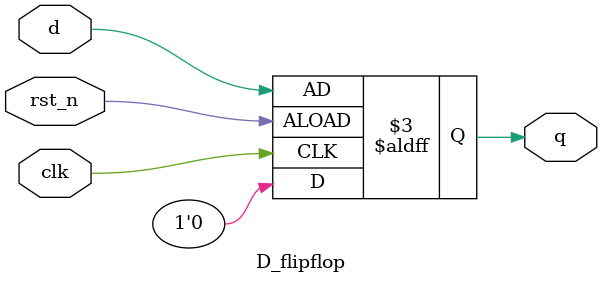
<source format=sv>
module D_flipflop (
  input clk,input rst_n,
  input d,
  output reg q
  );
  
  always@(posedge clk or posedge rst_n) begin
    if(!rst_n)begin
      
      q <= 0;
    end
    
    else begin
      
      q <= d;
    end
  end
endmodule
  

</source>
